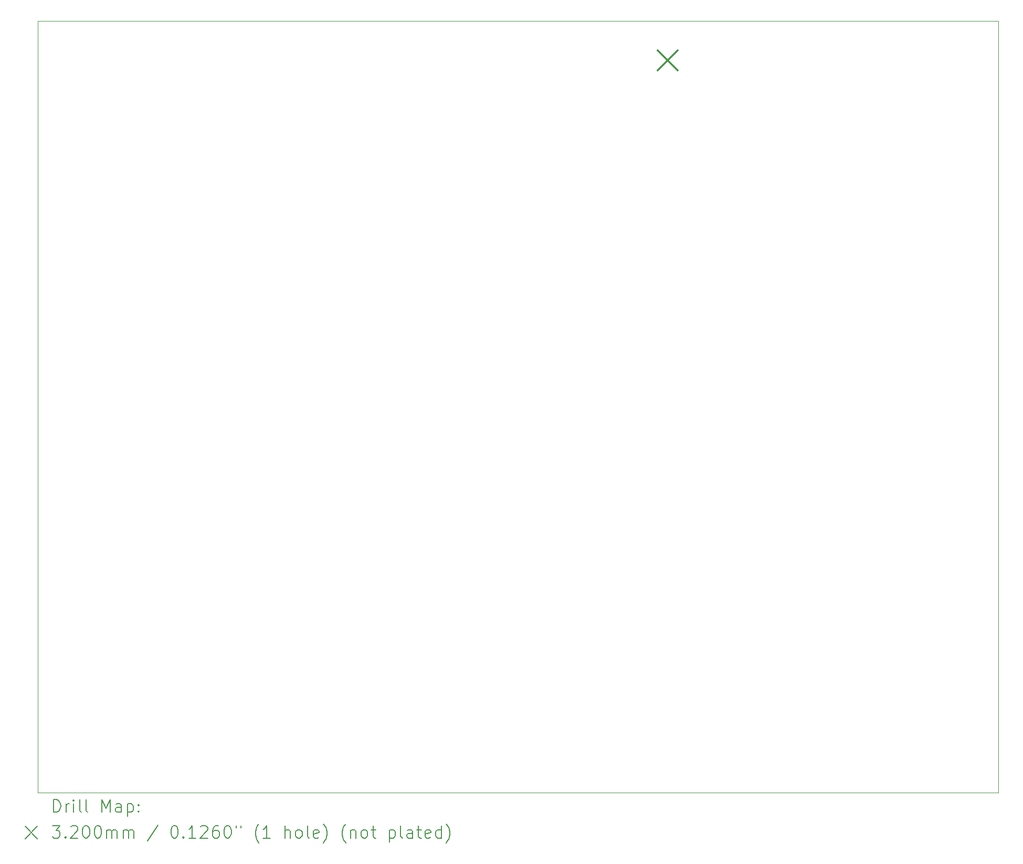
<source format=gbr>
%TF.GenerationSoftware,KiCad,Pcbnew,7.0.7*%
%TF.CreationDate,2023-08-22T15:23:47-04:00*%
%TF.ProjectId,1 - Backplkane,31202d20-4261-4636-9b70-6c6b616e652e,2*%
%TF.SameCoordinates,Original*%
%TF.FileFunction,Drillmap*%
%TF.FilePolarity,Positive*%
%FSLAX45Y45*%
G04 Gerber Fmt 4.5, Leading zero omitted, Abs format (unit mm)*
G04 Created by KiCad (PCBNEW 7.0.7) date 2023-08-22 15:23:47*
%MOMM*%
%LPD*%
G01*
G04 APERTURE LIST*
%ADD10C,0.100000*%
%ADD11C,0.200000*%
%ADD12C,0.320000*%
G04 APERTURE END LIST*
D10*
X19050000Y-3556000D02*
X19050000Y-16002000D01*
X3556000Y-16002000D02*
X19050000Y-16002000D01*
X3556000Y-16002000D02*
X3556000Y-3556000D01*
X19050000Y-3556000D02*
X3556000Y-3556000D01*
D11*
D12*
X13559500Y-4031000D02*
X13879500Y-4351000D01*
X13879500Y-4031000D02*
X13559500Y-4351000D01*
D11*
X3811777Y-16318484D02*
X3811777Y-16118484D01*
X3811777Y-16118484D02*
X3859396Y-16118484D01*
X3859396Y-16118484D02*
X3887967Y-16128008D01*
X3887967Y-16128008D02*
X3907015Y-16147055D01*
X3907015Y-16147055D02*
X3916539Y-16166103D01*
X3916539Y-16166103D02*
X3926062Y-16204198D01*
X3926062Y-16204198D02*
X3926062Y-16232769D01*
X3926062Y-16232769D02*
X3916539Y-16270865D01*
X3916539Y-16270865D02*
X3907015Y-16289912D01*
X3907015Y-16289912D02*
X3887967Y-16308960D01*
X3887967Y-16308960D02*
X3859396Y-16318484D01*
X3859396Y-16318484D02*
X3811777Y-16318484D01*
X4011777Y-16318484D02*
X4011777Y-16185150D01*
X4011777Y-16223246D02*
X4021301Y-16204198D01*
X4021301Y-16204198D02*
X4030824Y-16194674D01*
X4030824Y-16194674D02*
X4049872Y-16185150D01*
X4049872Y-16185150D02*
X4068920Y-16185150D01*
X4135586Y-16318484D02*
X4135586Y-16185150D01*
X4135586Y-16118484D02*
X4126062Y-16128008D01*
X4126062Y-16128008D02*
X4135586Y-16137531D01*
X4135586Y-16137531D02*
X4145110Y-16128008D01*
X4145110Y-16128008D02*
X4135586Y-16118484D01*
X4135586Y-16118484D02*
X4135586Y-16137531D01*
X4259396Y-16318484D02*
X4240348Y-16308960D01*
X4240348Y-16308960D02*
X4230824Y-16289912D01*
X4230824Y-16289912D02*
X4230824Y-16118484D01*
X4364158Y-16318484D02*
X4345110Y-16308960D01*
X4345110Y-16308960D02*
X4335586Y-16289912D01*
X4335586Y-16289912D02*
X4335586Y-16118484D01*
X4592729Y-16318484D02*
X4592729Y-16118484D01*
X4592729Y-16118484D02*
X4659396Y-16261341D01*
X4659396Y-16261341D02*
X4726063Y-16118484D01*
X4726063Y-16118484D02*
X4726063Y-16318484D01*
X4907015Y-16318484D02*
X4907015Y-16213722D01*
X4907015Y-16213722D02*
X4897491Y-16194674D01*
X4897491Y-16194674D02*
X4878444Y-16185150D01*
X4878444Y-16185150D02*
X4840348Y-16185150D01*
X4840348Y-16185150D02*
X4821301Y-16194674D01*
X4907015Y-16308960D02*
X4887967Y-16318484D01*
X4887967Y-16318484D02*
X4840348Y-16318484D01*
X4840348Y-16318484D02*
X4821301Y-16308960D01*
X4821301Y-16308960D02*
X4811777Y-16289912D01*
X4811777Y-16289912D02*
X4811777Y-16270865D01*
X4811777Y-16270865D02*
X4821301Y-16251817D01*
X4821301Y-16251817D02*
X4840348Y-16242293D01*
X4840348Y-16242293D02*
X4887967Y-16242293D01*
X4887967Y-16242293D02*
X4907015Y-16232769D01*
X5002253Y-16185150D02*
X5002253Y-16385150D01*
X5002253Y-16194674D02*
X5021301Y-16185150D01*
X5021301Y-16185150D02*
X5059396Y-16185150D01*
X5059396Y-16185150D02*
X5078444Y-16194674D01*
X5078444Y-16194674D02*
X5087967Y-16204198D01*
X5087967Y-16204198D02*
X5097491Y-16223246D01*
X5097491Y-16223246D02*
X5097491Y-16280388D01*
X5097491Y-16280388D02*
X5087967Y-16299436D01*
X5087967Y-16299436D02*
X5078444Y-16308960D01*
X5078444Y-16308960D02*
X5059396Y-16318484D01*
X5059396Y-16318484D02*
X5021301Y-16318484D01*
X5021301Y-16318484D02*
X5002253Y-16308960D01*
X5183205Y-16299436D02*
X5192729Y-16308960D01*
X5192729Y-16308960D02*
X5183205Y-16318484D01*
X5183205Y-16318484D02*
X5173682Y-16308960D01*
X5173682Y-16308960D02*
X5183205Y-16299436D01*
X5183205Y-16299436D02*
X5183205Y-16318484D01*
X5183205Y-16194674D02*
X5192729Y-16204198D01*
X5192729Y-16204198D02*
X5183205Y-16213722D01*
X5183205Y-16213722D02*
X5173682Y-16204198D01*
X5173682Y-16204198D02*
X5183205Y-16194674D01*
X5183205Y-16194674D02*
X5183205Y-16213722D01*
X3351000Y-16547000D02*
X3551000Y-16747000D01*
X3551000Y-16547000D02*
X3351000Y-16747000D01*
X3792729Y-16538484D02*
X3916539Y-16538484D01*
X3916539Y-16538484D02*
X3849872Y-16614674D01*
X3849872Y-16614674D02*
X3878443Y-16614674D01*
X3878443Y-16614674D02*
X3897491Y-16624198D01*
X3897491Y-16624198D02*
X3907015Y-16633722D01*
X3907015Y-16633722D02*
X3916539Y-16652769D01*
X3916539Y-16652769D02*
X3916539Y-16700388D01*
X3916539Y-16700388D02*
X3907015Y-16719436D01*
X3907015Y-16719436D02*
X3897491Y-16728960D01*
X3897491Y-16728960D02*
X3878443Y-16738484D01*
X3878443Y-16738484D02*
X3821301Y-16738484D01*
X3821301Y-16738484D02*
X3802253Y-16728960D01*
X3802253Y-16728960D02*
X3792729Y-16719436D01*
X4002253Y-16719436D02*
X4011777Y-16728960D01*
X4011777Y-16728960D02*
X4002253Y-16738484D01*
X4002253Y-16738484D02*
X3992729Y-16728960D01*
X3992729Y-16728960D02*
X4002253Y-16719436D01*
X4002253Y-16719436D02*
X4002253Y-16738484D01*
X4087967Y-16557531D02*
X4097491Y-16548008D01*
X4097491Y-16548008D02*
X4116539Y-16538484D01*
X4116539Y-16538484D02*
X4164158Y-16538484D01*
X4164158Y-16538484D02*
X4183205Y-16548008D01*
X4183205Y-16548008D02*
X4192729Y-16557531D01*
X4192729Y-16557531D02*
X4202253Y-16576579D01*
X4202253Y-16576579D02*
X4202253Y-16595627D01*
X4202253Y-16595627D02*
X4192729Y-16624198D01*
X4192729Y-16624198D02*
X4078443Y-16738484D01*
X4078443Y-16738484D02*
X4202253Y-16738484D01*
X4326063Y-16538484D02*
X4345110Y-16538484D01*
X4345110Y-16538484D02*
X4364158Y-16548008D01*
X4364158Y-16548008D02*
X4373682Y-16557531D01*
X4373682Y-16557531D02*
X4383205Y-16576579D01*
X4383205Y-16576579D02*
X4392729Y-16614674D01*
X4392729Y-16614674D02*
X4392729Y-16662293D01*
X4392729Y-16662293D02*
X4383205Y-16700388D01*
X4383205Y-16700388D02*
X4373682Y-16719436D01*
X4373682Y-16719436D02*
X4364158Y-16728960D01*
X4364158Y-16728960D02*
X4345110Y-16738484D01*
X4345110Y-16738484D02*
X4326063Y-16738484D01*
X4326063Y-16738484D02*
X4307015Y-16728960D01*
X4307015Y-16728960D02*
X4297491Y-16719436D01*
X4297491Y-16719436D02*
X4287967Y-16700388D01*
X4287967Y-16700388D02*
X4278444Y-16662293D01*
X4278444Y-16662293D02*
X4278444Y-16614674D01*
X4278444Y-16614674D02*
X4287967Y-16576579D01*
X4287967Y-16576579D02*
X4297491Y-16557531D01*
X4297491Y-16557531D02*
X4307015Y-16548008D01*
X4307015Y-16548008D02*
X4326063Y-16538484D01*
X4516539Y-16538484D02*
X4535586Y-16538484D01*
X4535586Y-16538484D02*
X4554634Y-16548008D01*
X4554634Y-16548008D02*
X4564158Y-16557531D01*
X4564158Y-16557531D02*
X4573682Y-16576579D01*
X4573682Y-16576579D02*
X4583205Y-16614674D01*
X4583205Y-16614674D02*
X4583205Y-16662293D01*
X4583205Y-16662293D02*
X4573682Y-16700388D01*
X4573682Y-16700388D02*
X4564158Y-16719436D01*
X4564158Y-16719436D02*
X4554634Y-16728960D01*
X4554634Y-16728960D02*
X4535586Y-16738484D01*
X4535586Y-16738484D02*
X4516539Y-16738484D01*
X4516539Y-16738484D02*
X4497491Y-16728960D01*
X4497491Y-16728960D02*
X4487967Y-16719436D01*
X4487967Y-16719436D02*
X4478444Y-16700388D01*
X4478444Y-16700388D02*
X4468920Y-16662293D01*
X4468920Y-16662293D02*
X4468920Y-16614674D01*
X4468920Y-16614674D02*
X4478444Y-16576579D01*
X4478444Y-16576579D02*
X4487967Y-16557531D01*
X4487967Y-16557531D02*
X4497491Y-16548008D01*
X4497491Y-16548008D02*
X4516539Y-16538484D01*
X4668920Y-16738484D02*
X4668920Y-16605150D01*
X4668920Y-16624198D02*
X4678444Y-16614674D01*
X4678444Y-16614674D02*
X4697491Y-16605150D01*
X4697491Y-16605150D02*
X4726063Y-16605150D01*
X4726063Y-16605150D02*
X4745110Y-16614674D01*
X4745110Y-16614674D02*
X4754634Y-16633722D01*
X4754634Y-16633722D02*
X4754634Y-16738484D01*
X4754634Y-16633722D02*
X4764158Y-16614674D01*
X4764158Y-16614674D02*
X4783205Y-16605150D01*
X4783205Y-16605150D02*
X4811777Y-16605150D01*
X4811777Y-16605150D02*
X4830825Y-16614674D01*
X4830825Y-16614674D02*
X4840348Y-16633722D01*
X4840348Y-16633722D02*
X4840348Y-16738484D01*
X4935586Y-16738484D02*
X4935586Y-16605150D01*
X4935586Y-16624198D02*
X4945110Y-16614674D01*
X4945110Y-16614674D02*
X4964158Y-16605150D01*
X4964158Y-16605150D02*
X4992729Y-16605150D01*
X4992729Y-16605150D02*
X5011777Y-16614674D01*
X5011777Y-16614674D02*
X5021301Y-16633722D01*
X5021301Y-16633722D02*
X5021301Y-16738484D01*
X5021301Y-16633722D02*
X5030825Y-16614674D01*
X5030825Y-16614674D02*
X5049872Y-16605150D01*
X5049872Y-16605150D02*
X5078444Y-16605150D01*
X5078444Y-16605150D02*
X5097491Y-16614674D01*
X5097491Y-16614674D02*
X5107015Y-16633722D01*
X5107015Y-16633722D02*
X5107015Y-16738484D01*
X5497491Y-16528960D02*
X5326063Y-16786103D01*
X5754634Y-16538484D02*
X5773682Y-16538484D01*
X5773682Y-16538484D02*
X5792729Y-16548008D01*
X5792729Y-16548008D02*
X5802253Y-16557531D01*
X5802253Y-16557531D02*
X5811777Y-16576579D01*
X5811777Y-16576579D02*
X5821301Y-16614674D01*
X5821301Y-16614674D02*
X5821301Y-16662293D01*
X5821301Y-16662293D02*
X5811777Y-16700388D01*
X5811777Y-16700388D02*
X5802253Y-16719436D01*
X5802253Y-16719436D02*
X5792729Y-16728960D01*
X5792729Y-16728960D02*
X5773682Y-16738484D01*
X5773682Y-16738484D02*
X5754634Y-16738484D01*
X5754634Y-16738484D02*
X5735586Y-16728960D01*
X5735586Y-16728960D02*
X5726063Y-16719436D01*
X5726063Y-16719436D02*
X5716539Y-16700388D01*
X5716539Y-16700388D02*
X5707015Y-16662293D01*
X5707015Y-16662293D02*
X5707015Y-16614674D01*
X5707015Y-16614674D02*
X5716539Y-16576579D01*
X5716539Y-16576579D02*
X5726063Y-16557531D01*
X5726063Y-16557531D02*
X5735586Y-16548008D01*
X5735586Y-16548008D02*
X5754634Y-16538484D01*
X5907015Y-16719436D02*
X5916539Y-16728960D01*
X5916539Y-16728960D02*
X5907015Y-16738484D01*
X5907015Y-16738484D02*
X5897491Y-16728960D01*
X5897491Y-16728960D02*
X5907015Y-16719436D01*
X5907015Y-16719436D02*
X5907015Y-16738484D01*
X6107015Y-16738484D02*
X5992729Y-16738484D01*
X6049872Y-16738484D02*
X6049872Y-16538484D01*
X6049872Y-16538484D02*
X6030825Y-16567055D01*
X6030825Y-16567055D02*
X6011777Y-16586103D01*
X6011777Y-16586103D02*
X5992729Y-16595627D01*
X6183206Y-16557531D02*
X6192729Y-16548008D01*
X6192729Y-16548008D02*
X6211777Y-16538484D01*
X6211777Y-16538484D02*
X6259396Y-16538484D01*
X6259396Y-16538484D02*
X6278444Y-16548008D01*
X6278444Y-16548008D02*
X6287967Y-16557531D01*
X6287967Y-16557531D02*
X6297491Y-16576579D01*
X6297491Y-16576579D02*
X6297491Y-16595627D01*
X6297491Y-16595627D02*
X6287967Y-16624198D01*
X6287967Y-16624198D02*
X6173682Y-16738484D01*
X6173682Y-16738484D02*
X6297491Y-16738484D01*
X6468920Y-16538484D02*
X6430825Y-16538484D01*
X6430825Y-16538484D02*
X6411777Y-16548008D01*
X6411777Y-16548008D02*
X6402253Y-16557531D01*
X6402253Y-16557531D02*
X6383206Y-16586103D01*
X6383206Y-16586103D02*
X6373682Y-16624198D01*
X6373682Y-16624198D02*
X6373682Y-16700388D01*
X6373682Y-16700388D02*
X6383206Y-16719436D01*
X6383206Y-16719436D02*
X6392729Y-16728960D01*
X6392729Y-16728960D02*
X6411777Y-16738484D01*
X6411777Y-16738484D02*
X6449872Y-16738484D01*
X6449872Y-16738484D02*
X6468920Y-16728960D01*
X6468920Y-16728960D02*
X6478444Y-16719436D01*
X6478444Y-16719436D02*
X6487967Y-16700388D01*
X6487967Y-16700388D02*
X6487967Y-16652769D01*
X6487967Y-16652769D02*
X6478444Y-16633722D01*
X6478444Y-16633722D02*
X6468920Y-16624198D01*
X6468920Y-16624198D02*
X6449872Y-16614674D01*
X6449872Y-16614674D02*
X6411777Y-16614674D01*
X6411777Y-16614674D02*
X6392729Y-16624198D01*
X6392729Y-16624198D02*
X6383206Y-16633722D01*
X6383206Y-16633722D02*
X6373682Y-16652769D01*
X6611777Y-16538484D02*
X6630825Y-16538484D01*
X6630825Y-16538484D02*
X6649872Y-16548008D01*
X6649872Y-16548008D02*
X6659396Y-16557531D01*
X6659396Y-16557531D02*
X6668920Y-16576579D01*
X6668920Y-16576579D02*
X6678444Y-16614674D01*
X6678444Y-16614674D02*
X6678444Y-16662293D01*
X6678444Y-16662293D02*
X6668920Y-16700388D01*
X6668920Y-16700388D02*
X6659396Y-16719436D01*
X6659396Y-16719436D02*
X6649872Y-16728960D01*
X6649872Y-16728960D02*
X6630825Y-16738484D01*
X6630825Y-16738484D02*
X6611777Y-16738484D01*
X6611777Y-16738484D02*
X6592729Y-16728960D01*
X6592729Y-16728960D02*
X6583206Y-16719436D01*
X6583206Y-16719436D02*
X6573682Y-16700388D01*
X6573682Y-16700388D02*
X6564158Y-16662293D01*
X6564158Y-16662293D02*
X6564158Y-16614674D01*
X6564158Y-16614674D02*
X6573682Y-16576579D01*
X6573682Y-16576579D02*
X6583206Y-16557531D01*
X6583206Y-16557531D02*
X6592729Y-16548008D01*
X6592729Y-16548008D02*
X6611777Y-16538484D01*
X6754634Y-16538484D02*
X6754634Y-16576579D01*
X6830825Y-16538484D02*
X6830825Y-16576579D01*
X7126063Y-16814674D02*
X7116539Y-16805150D01*
X7116539Y-16805150D02*
X7097491Y-16776579D01*
X7097491Y-16776579D02*
X7087968Y-16757531D01*
X7087968Y-16757531D02*
X7078444Y-16728960D01*
X7078444Y-16728960D02*
X7068920Y-16681341D01*
X7068920Y-16681341D02*
X7068920Y-16643246D01*
X7068920Y-16643246D02*
X7078444Y-16595627D01*
X7078444Y-16595627D02*
X7087968Y-16567055D01*
X7087968Y-16567055D02*
X7097491Y-16548008D01*
X7097491Y-16548008D02*
X7116539Y-16519436D01*
X7116539Y-16519436D02*
X7126063Y-16509912D01*
X7307015Y-16738484D02*
X7192729Y-16738484D01*
X7249872Y-16738484D02*
X7249872Y-16538484D01*
X7249872Y-16538484D02*
X7230825Y-16567055D01*
X7230825Y-16567055D02*
X7211777Y-16586103D01*
X7211777Y-16586103D02*
X7192729Y-16595627D01*
X7545110Y-16738484D02*
X7545110Y-16538484D01*
X7630825Y-16738484D02*
X7630825Y-16633722D01*
X7630825Y-16633722D02*
X7621301Y-16614674D01*
X7621301Y-16614674D02*
X7602253Y-16605150D01*
X7602253Y-16605150D02*
X7573682Y-16605150D01*
X7573682Y-16605150D02*
X7554634Y-16614674D01*
X7554634Y-16614674D02*
X7545110Y-16624198D01*
X7754634Y-16738484D02*
X7735587Y-16728960D01*
X7735587Y-16728960D02*
X7726063Y-16719436D01*
X7726063Y-16719436D02*
X7716539Y-16700388D01*
X7716539Y-16700388D02*
X7716539Y-16643246D01*
X7716539Y-16643246D02*
X7726063Y-16624198D01*
X7726063Y-16624198D02*
X7735587Y-16614674D01*
X7735587Y-16614674D02*
X7754634Y-16605150D01*
X7754634Y-16605150D02*
X7783206Y-16605150D01*
X7783206Y-16605150D02*
X7802253Y-16614674D01*
X7802253Y-16614674D02*
X7811777Y-16624198D01*
X7811777Y-16624198D02*
X7821301Y-16643246D01*
X7821301Y-16643246D02*
X7821301Y-16700388D01*
X7821301Y-16700388D02*
X7811777Y-16719436D01*
X7811777Y-16719436D02*
X7802253Y-16728960D01*
X7802253Y-16728960D02*
X7783206Y-16738484D01*
X7783206Y-16738484D02*
X7754634Y-16738484D01*
X7935587Y-16738484D02*
X7916539Y-16728960D01*
X7916539Y-16728960D02*
X7907015Y-16709912D01*
X7907015Y-16709912D02*
X7907015Y-16538484D01*
X8087968Y-16728960D02*
X8068920Y-16738484D01*
X8068920Y-16738484D02*
X8030825Y-16738484D01*
X8030825Y-16738484D02*
X8011777Y-16728960D01*
X8011777Y-16728960D02*
X8002253Y-16709912D01*
X8002253Y-16709912D02*
X8002253Y-16633722D01*
X8002253Y-16633722D02*
X8011777Y-16614674D01*
X8011777Y-16614674D02*
X8030825Y-16605150D01*
X8030825Y-16605150D02*
X8068920Y-16605150D01*
X8068920Y-16605150D02*
X8087968Y-16614674D01*
X8087968Y-16614674D02*
X8097491Y-16633722D01*
X8097491Y-16633722D02*
X8097491Y-16652769D01*
X8097491Y-16652769D02*
X8002253Y-16671817D01*
X8164158Y-16814674D02*
X8173682Y-16805150D01*
X8173682Y-16805150D02*
X8192730Y-16776579D01*
X8192730Y-16776579D02*
X8202253Y-16757531D01*
X8202253Y-16757531D02*
X8211777Y-16728960D01*
X8211777Y-16728960D02*
X8221301Y-16681341D01*
X8221301Y-16681341D02*
X8221301Y-16643246D01*
X8221301Y-16643246D02*
X8211777Y-16595627D01*
X8211777Y-16595627D02*
X8202253Y-16567055D01*
X8202253Y-16567055D02*
X8192730Y-16548008D01*
X8192730Y-16548008D02*
X8173682Y-16519436D01*
X8173682Y-16519436D02*
X8164158Y-16509912D01*
X8526063Y-16814674D02*
X8516539Y-16805150D01*
X8516539Y-16805150D02*
X8497492Y-16776579D01*
X8497492Y-16776579D02*
X8487968Y-16757531D01*
X8487968Y-16757531D02*
X8478444Y-16728960D01*
X8478444Y-16728960D02*
X8468920Y-16681341D01*
X8468920Y-16681341D02*
X8468920Y-16643246D01*
X8468920Y-16643246D02*
X8478444Y-16595627D01*
X8478444Y-16595627D02*
X8487968Y-16567055D01*
X8487968Y-16567055D02*
X8497492Y-16548008D01*
X8497492Y-16548008D02*
X8516539Y-16519436D01*
X8516539Y-16519436D02*
X8526063Y-16509912D01*
X8602253Y-16605150D02*
X8602253Y-16738484D01*
X8602253Y-16624198D02*
X8611777Y-16614674D01*
X8611777Y-16614674D02*
X8630825Y-16605150D01*
X8630825Y-16605150D02*
X8659396Y-16605150D01*
X8659396Y-16605150D02*
X8678444Y-16614674D01*
X8678444Y-16614674D02*
X8687968Y-16633722D01*
X8687968Y-16633722D02*
X8687968Y-16738484D01*
X8811777Y-16738484D02*
X8792730Y-16728960D01*
X8792730Y-16728960D02*
X8783206Y-16719436D01*
X8783206Y-16719436D02*
X8773682Y-16700388D01*
X8773682Y-16700388D02*
X8773682Y-16643246D01*
X8773682Y-16643246D02*
X8783206Y-16624198D01*
X8783206Y-16624198D02*
X8792730Y-16614674D01*
X8792730Y-16614674D02*
X8811777Y-16605150D01*
X8811777Y-16605150D02*
X8840349Y-16605150D01*
X8840349Y-16605150D02*
X8859396Y-16614674D01*
X8859396Y-16614674D02*
X8868920Y-16624198D01*
X8868920Y-16624198D02*
X8878444Y-16643246D01*
X8878444Y-16643246D02*
X8878444Y-16700388D01*
X8878444Y-16700388D02*
X8868920Y-16719436D01*
X8868920Y-16719436D02*
X8859396Y-16728960D01*
X8859396Y-16728960D02*
X8840349Y-16738484D01*
X8840349Y-16738484D02*
X8811777Y-16738484D01*
X8935587Y-16605150D02*
X9011777Y-16605150D01*
X8964158Y-16538484D02*
X8964158Y-16709912D01*
X8964158Y-16709912D02*
X8973682Y-16728960D01*
X8973682Y-16728960D02*
X8992730Y-16738484D01*
X8992730Y-16738484D02*
X9011777Y-16738484D01*
X9230825Y-16605150D02*
X9230825Y-16805150D01*
X9230825Y-16614674D02*
X9249873Y-16605150D01*
X9249873Y-16605150D02*
X9287968Y-16605150D01*
X9287968Y-16605150D02*
X9307015Y-16614674D01*
X9307015Y-16614674D02*
X9316539Y-16624198D01*
X9316539Y-16624198D02*
X9326063Y-16643246D01*
X9326063Y-16643246D02*
X9326063Y-16700388D01*
X9326063Y-16700388D02*
X9316539Y-16719436D01*
X9316539Y-16719436D02*
X9307015Y-16728960D01*
X9307015Y-16728960D02*
X9287968Y-16738484D01*
X9287968Y-16738484D02*
X9249873Y-16738484D01*
X9249873Y-16738484D02*
X9230825Y-16728960D01*
X9440349Y-16738484D02*
X9421301Y-16728960D01*
X9421301Y-16728960D02*
X9411777Y-16709912D01*
X9411777Y-16709912D02*
X9411777Y-16538484D01*
X9602254Y-16738484D02*
X9602254Y-16633722D01*
X9602254Y-16633722D02*
X9592730Y-16614674D01*
X9592730Y-16614674D02*
X9573682Y-16605150D01*
X9573682Y-16605150D02*
X9535587Y-16605150D01*
X9535587Y-16605150D02*
X9516539Y-16614674D01*
X9602254Y-16728960D02*
X9583206Y-16738484D01*
X9583206Y-16738484D02*
X9535587Y-16738484D01*
X9535587Y-16738484D02*
X9516539Y-16728960D01*
X9516539Y-16728960D02*
X9507015Y-16709912D01*
X9507015Y-16709912D02*
X9507015Y-16690865D01*
X9507015Y-16690865D02*
X9516539Y-16671817D01*
X9516539Y-16671817D02*
X9535587Y-16662293D01*
X9535587Y-16662293D02*
X9583206Y-16662293D01*
X9583206Y-16662293D02*
X9602254Y-16652769D01*
X9668920Y-16605150D02*
X9745111Y-16605150D01*
X9697492Y-16538484D02*
X9697492Y-16709912D01*
X9697492Y-16709912D02*
X9707015Y-16728960D01*
X9707015Y-16728960D02*
X9726063Y-16738484D01*
X9726063Y-16738484D02*
X9745111Y-16738484D01*
X9887968Y-16728960D02*
X9868920Y-16738484D01*
X9868920Y-16738484D02*
X9830825Y-16738484D01*
X9830825Y-16738484D02*
X9811777Y-16728960D01*
X9811777Y-16728960D02*
X9802254Y-16709912D01*
X9802254Y-16709912D02*
X9802254Y-16633722D01*
X9802254Y-16633722D02*
X9811777Y-16614674D01*
X9811777Y-16614674D02*
X9830825Y-16605150D01*
X9830825Y-16605150D02*
X9868920Y-16605150D01*
X9868920Y-16605150D02*
X9887968Y-16614674D01*
X9887968Y-16614674D02*
X9897492Y-16633722D01*
X9897492Y-16633722D02*
X9897492Y-16652769D01*
X9897492Y-16652769D02*
X9802254Y-16671817D01*
X10068920Y-16738484D02*
X10068920Y-16538484D01*
X10068920Y-16728960D02*
X10049873Y-16738484D01*
X10049873Y-16738484D02*
X10011777Y-16738484D01*
X10011777Y-16738484D02*
X9992730Y-16728960D01*
X9992730Y-16728960D02*
X9983206Y-16719436D01*
X9983206Y-16719436D02*
X9973682Y-16700388D01*
X9973682Y-16700388D02*
X9973682Y-16643246D01*
X9973682Y-16643246D02*
X9983206Y-16624198D01*
X9983206Y-16624198D02*
X9992730Y-16614674D01*
X9992730Y-16614674D02*
X10011777Y-16605150D01*
X10011777Y-16605150D02*
X10049873Y-16605150D01*
X10049873Y-16605150D02*
X10068920Y-16614674D01*
X10145111Y-16814674D02*
X10154635Y-16805150D01*
X10154635Y-16805150D02*
X10173682Y-16776579D01*
X10173682Y-16776579D02*
X10183206Y-16757531D01*
X10183206Y-16757531D02*
X10192730Y-16728960D01*
X10192730Y-16728960D02*
X10202254Y-16681341D01*
X10202254Y-16681341D02*
X10202254Y-16643246D01*
X10202254Y-16643246D02*
X10192730Y-16595627D01*
X10192730Y-16595627D02*
X10183206Y-16567055D01*
X10183206Y-16567055D02*
X10173682Y-16548008D01*
X10173682Y-16548008D02*
X10154635Y-16519436D01*
X10154635Y-16519436D02*
X10145111Y-16509912D01*
M02*

</source>
